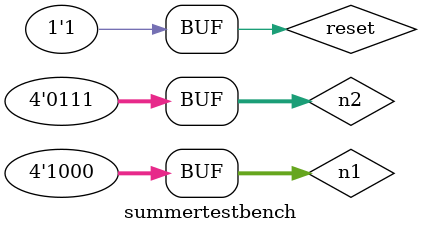
<source format=sv>

module summertestbench();
    logic [3:0] n1, n2;
    logic [4:0] sum;
	
    // Instantiate the DUT
    summer dut(.n1(n1), .n2(n2), .sum(sum));

	initial begin
        reset = 0; #20; reset = 1; #5;

        #5; n1 = 'd3;	n2 = 'd14;	//00011 (3),01110 (E),10001
        #5; n1 = 'd7;	n2 = 'd10;	//00111 (7),01010 (A),10001
        #5; n1 = 'd12;	n2 = 'd9;	//01100 (C),01001 (9),10101
        #5; n1 = 'd6;	n2 = 'd4;	//00110 (6),00100 (4),01010
        #5; n1 = 'd0;	n2 = 'd15;	//00000 (0),01111 (F),01111
        #5; n1 = 'd8;	n2 = 'd7;	//01000 (8),00111 (7),01111
    end

endmodule
</source>
